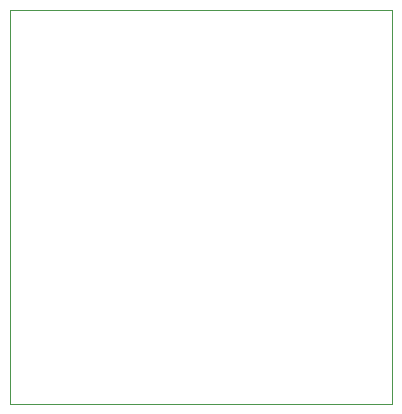
<source format=gbr>
%TF.GenerationSoftware,KiCad,Pcbnew,7.0.10*%
%TF.CreationDate,2024-02-10T17:51:15-05:00*%
%TF.ProjectId,led_controller_i2c,6c65645f-636f-46e7-9472-6f6c6c65725f,rev?*%
%TF.SameCoordinates,Original*%
%TF.FileFunction,Profile,NP*%
%FSLAX46Y46*%
G04 Gerber Fmt 4.6, Leading zero omitted, Abs format (unit mm)*
G04 Created by KiCad (PCBNEW 7.0.10) date 2024-02-10 17:51:15*
%MOMM*%
%LPD*%
G01*
G04 APERTURE LIST*
%TA.AperFunction,Profile*%
%ADD10C,0.100000*%
%TD*%
G04 APERTURE END LIST*
D10*
X12700000Y-46000000D02*
X12700000Y-12700000D01*
X45000000Y-46000000D02*
X12700000Y-46000000D01*
X45000000Y-12700000D02*
X45000000Y-46000000D01*
X12700000Y-12700000D02*
X45000000Y-12700000D01*
M02*

</source>
